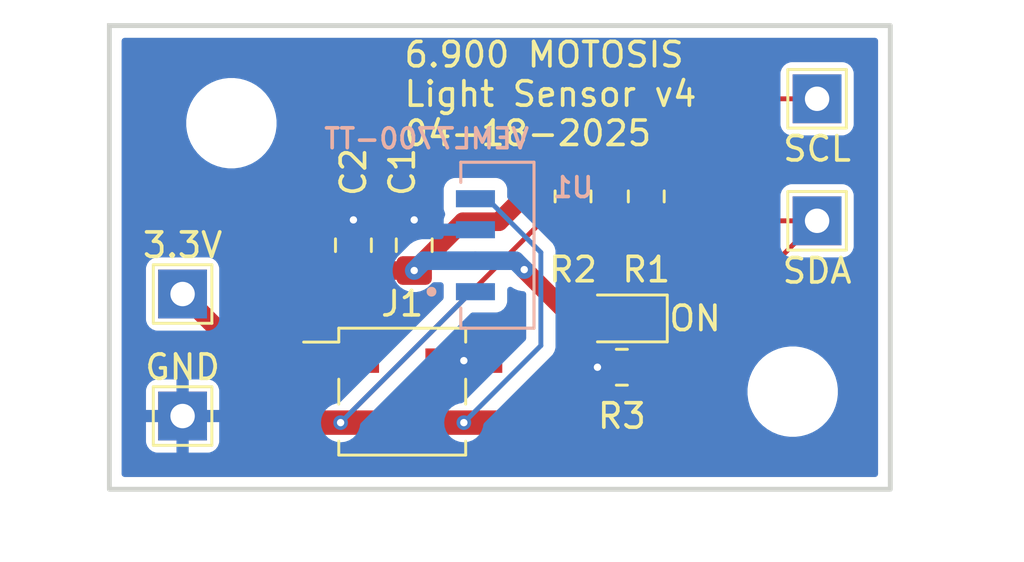
<source format=kicad_pcb>
(kicad_pcb (version 20240108) (generator "pcbnew") (generator_version "8.0")
  (layers (0 "F.Cu" signal) (31 "B.Cu" signal) (34 "B.Paste" user) (35 "F.Paste" user) (36 "B.SilkS" user "B.Silkscreen") (37 "F.SilkS" user "F.Silkscreen") (38 "B.Mask" user) (39 "F.Mask" user) (44 "Edge.Cuts" user))
  (net 0 "")
  (net 1 "GND")
  (net 2 "+3.3V")
  (net 3 "Net-(D1-K)")
  (net 4 "/SDA")
  (net 5 "/SCL")
  (footprint "Capacitor_SMD:C_0805_2012Metric_Pad1.18x1.45mm_HandSolder" (layer "F.Cu") (at 138.49125 122 90)
    (property "Reference" "C1" (at 3 -0.49125 90) (layer "F.SilkS"))
    (property "Value" "10uF")
    (fp_line (start -0.261252 -0.735) (end 0.261252 -0.735) (stroke (width 0.12)) (layer "F.SilkS"))
    (fp_line (start -0.261252 0.735) (end 0.261252 0.735) (stroke (width 0.12)) (layer "F.SilkS"))
    (pad "1" smd roundrect (at -1.0375 0 90) (size 1.175 1.45) (layers "F.Cu" "F.Paste" "F.Mask") (roundrect_rratio 0.212766) (net 2 "+3.3V"))
    (pad "2" smd roundrect (at 1.0375 0 90) (size 1.175 1.45) (layers "F.Cu" "F.Paste" "F.Mask") (roundrect_rratio 0.212766) (net 1 "GND"))
  )
  (footprint "MountingHole:MountingHole_3.2mm_M3" (layer "F.Cu") (at 131 117)
    (property "Reference" "REF**")
    (property "Value" "MountingHole_3.2mm_M3")
    (pad "" np_thru_hole circle (at 0 0) (size 3.2 3.2) (drill 3.2) (layers "*.Cu" "*.Mask"))
  )
  (footprint "Connector_PinHeader_2.54mm:PinHeader_2x02_P2.54mm_Vertical_SMD" (layer "F.Cu") (at 138 128)
    (property "Reference" "J1" (at 0 -3.6 0) (layer "F.SilkS"))
    (property "Value" "MCU")
    (fp_line (start -4.04 -2.03) (end -2.6 -2.03) (stroke (width 0.12)) (layer "F.SilkS"))
    (fp_line (start -2.6 -2.6) (end -2.6 -2.03) (stroke (width 0.12)) (layer "F.SilkS"))
    (fp_line (start -2.6 -2.6) (end 2.6 -2.6) (stroke (width 0.12)) (layer "F.SilkS"))
    (fp_line (start -2.6 -0.51) (end -2.6 0.51) (stroke (width 0.12)) (layer "F.SilkS"))
    (fp_line (start -2.6 2.03) (end -2.6 2.6) (stroke (width 0.12)) (layer "F.SilkS"))
    (fp_line (start -2.6 2.6) (end 2.6 2.6) (stroke (width 0.12)) (layer "F.SilkS"))
    (fp_line (start 2.6 -2.6) (end 2.6 -2.03) (stroke (width 0.12)) (layer "F.SilkS"))
    (fp_line (start 2.6 -0.51) (end 2.6 0.51) (stroke (width 0.12)) (layer "F.SilkS"))
    (fp_line (start 2.6 2.03) (end 2.6 2.6) (stroke (width 0.12)) (layer "F.SilkS"))
    (pad "1" smd rect (at -2.525 -1.27) (size 3.15 1) (layers "F.Cu" "F.Paste" "F.Mask") (net 2 "+3.3V"))
    (pad "2" smd rect (at 2.525 -1.27) (size 3.15 1) (layers "F.Cu" "F.Paste" "F.Mask") (net 1 "GND"))
    (pad "3" smd rect (at -2.525 1.27) (size 3.15 1) (layers "F.Cu" "F.Paste" "F.Mask") (net 5 "/SCL"))
    (pad "4" smd rect (at 2.525 1.27) (size 3.15 1) (layers "F.Cu" "F.Paste" "F.Mask") (net 4 "/SDA"))
  )
  (footprint "Resistor_SMD:R_0805_2012Metric_Pad1.20x1.40mm_HandSolder" (layer "F.Cu") (at 148 120 -90)
    (property "Reference" "R1" (at 3 0 180) (layer "F.SilkS"))
    (property "Value" "4k7")
    (fp_line (start -0.227064 0.735) (end 0.227064 0.735) (stroke (width 0.12)) (layer "F.SilkS"))
    (fp_line (start -0.227064 -0.735) (end 0.227064 -0.735) (stroke (width 0.12)) (layer "F.SilkS"))
    (pad "1" smd roundrect (at -1 0 270) (size 1.2 1.4) (layers "F.Cu" "F.Paste" "F.Mask") (roundrect_rratio 0.208333) (net 2 "+3.3V"))
    (pad "2" smd roundrect (at 1 0 270) (size 1.2 1.4) (layers "F.Cu" "F.Paste" "F.Mask") (roundrect_rratio 0.208333) (net 4 "/SDA"))
  )
  (footprint "MountingHole:MountingHole_3.2mm_M3" (layer "F.Cu") (at 154 128)
    (property "Reference" "REF**")
    (property "Value" "MountingHole_3.2mm_M3")
    (pad "" np_thru_hole circle (at 0 0) (size 3.2 3.2) (drill 3.2) (layers "*.Cu" "*.Mask"))
  )
  (footprint "Resistor_SMD:R_0805_2012Metric_Pad1.20x1.40mm_HandSolder" (layer "F.Cu") (at 145 120 -90)
    (property "Reference" "R2" (at 3 0 180) (layer "F.SilkS"))
    (property "Value" "4k7")
    (fp_line (start -0.227064 0.735) (end 0.227064 0.735) (stroke (width 0.12)) (layer "F.SilkS"))
    (fp_line (start -0.227064 -0.735) (end 0.227064 -0.735) (stroke (width 0.12)) (layer "F.SilkS"))
    (pad "1" smd roundrect (at -1 0 270) (size 1.2 1.4) (layers "F.Cu" "F.Paste" "F.Mask") (roundrect_rratio 0.208333) (net 2 "+3.3V"))
    (pad "2" smd roundrect (at 1 0 270) (size 1.2 1.4) (layers "F.Cu" "F.Paste" "F.Mask") (roundrect_rratio 0.208333) (net 5 "/SCL"))
  )
  (footprint "TestPoint:TestPoint_THTPad_2.0x2.0mm_Drill1.0mm" (layer "F.Cu") (at 155 121)
    (property "Reference" "TP3")
    (property "Value" "SDA" (at 0 2.05 0) (layer "F.SilkS"))
    (fp_line (start -1.2 -1.2) (end 1.2 -1.2) (stroke (width 0.12)) (layer "F.SilkS"))
    (fp_line (start -1.2 1.2) (end -1.2 -1.2) (stroke (width 0.12)) (layer "F.SilkS"))
    (fp_line (start 1.2 -1.2) (end 1.2 1.2) (stroke (width 0.12)) (layer "F.SilkS"))
    (fp_line (start 1.2 1.2) (end -1.2 1.2) (stroke (width 0.12)) (layer "F.SilkS"))
    (pad "1" thru_hole rect (at 0 0) (size 2 2) (drill 1) (layers "*.Cu" "*.Mask") (net 4 "/SDA"))
  )
  (footprint "TestPoint:TestPoint_THTPad_2.0x2.0mm_Drill1.0mm" (layer "F.Cu") (at 129 124)
    (property "Reference" "TP1")
    (property "Value" "3.3V" (at 0 -2 0) (layer "F.SilkS"))
    (fp_line (start -1.2 -1.2) (end 1.2 -1.2) (stroke (width 0.12)) (layer "F.SilkS"))
    (fp_line (start -1.2 1.2) (end -1.2 -1.2) (stroke (width 0.12)) (layer "F.SilkS"))
    (fp_line (start 1.2 -1.2) (end 1.2 1.2) (stroke (width 0.12)) (layer "F.SilkS"))
    (fp_line (start 1.2 1.2) (end -1.2 1.2) (stroke (width 0.12)) (layer "F.SilkS"))
    (pad "1" thru_hole rect (at 0 0) (size 2 2) (drill 1) (layers "*.Cu" "*.Mask") (net 2 "+3.3V"))
  )
  (footprint "TestPoint:TestPoint_THTPad_2.0x2.0mm_Drill1.0mm" (layer "F.Cu") (at 129 129)
    (property "Reference" "TP2")
    (property "Value" "GND" (at 0 -2 0) (layer "F.SilkS"))
    (fp_line (start -1.2 -1.2) (end 1.2 -1.2) (stroke (width 0.12)) (layer "F.SilkS"))
    (fp_line (start -1.2 1.2) (end -1.2 -1.2) (stroke (width 0.12)) (layer "F.SilkS"))
    (fp_line (start 1.2 -1.2) (end 1.2 1.2) (stroke (width 0.12)) (layer "F.SilkS"))
    (fp_line (start 1.2 1.2) (end -1.2 1.2) (stroke (width 0.12)) (layer "F.SilkS"))
    (pad "1" thru_hole rect (at 0 0) (size 2 2) (drill 1) (layers "*.Cu" "*.Mask") (net 1 "GND"))
  )
  (footprint "Capacitor_SMD:C_0805_2012Metric_Pad1.18x1.45mm_HandSolder" (layer "F.Cu") (at 136 122 90)
    (property "Reference" "C2" (at 3 0 90) (layer "F.SilkS"))
    (property "Value" "100nF")
    (fp_line (start -0.261252 -0.735) (end 0.261252 -0.735) (stroke (width 0.12)) (layer "F.SilkS"))
    (fp_line (start -0.261252 0.735) (end 0.261252 0.735) (stroke (width 0.12)) (layer "F.SilkS"))
    (pad "1" smd roundrect (at -1.0375 0 90) (size 1.175 1.45) (layers "F.Cu" "F.Paste" "F.Mask") (roundrect_rratio 0.212766) (net 2 "+3.3V"))
    (pad "2" smd roundrect (at 1.0375 0 90) (size 1.175 1.45) (layers "F.Cu" "F.Paste" "F.Mask") (roundrect_rratio 0.212766) (net 1 "GND"))
  )
  (footprint "LED_SMD:LED_0805_2012Metric_Pad1.15x1.40mm_HandSolder" (layer "F.Cu") (at 147 125 180)
    (property "Reference" "D1")
    (property "Value" "ON" (at -3 0 0) (layer "F.SilkS"))
    (fp_line (start 1 -0.96) (end -1.86 -0.96) (stroke (width 0.12)) (layer "F.SilkS"))
    (fp_line (start -1.86 0.96) (end 1 0.96) (stroke (width 0.12)) (layer "F.SilkS"))
    (fp_line (start -1.86 -0.96) (end -1.86 0.96) (stroke (width 0.12)) (layer "F.SilkS"))
    (pad "1" smd roundrect (at -1.025 0 180) (size 1.15 1.4) (layers "F.Cu" "F.Paste" "F.Mask") (roundrect_rratio 0.217391) (net 3 "Net-(D1-K)"))
    (pad "2" smd roundrect (at 1.025 0 180) (size 1.15 1.4) (layers "F.Cu" "F.Paste" "F.Mask") (roundrect_rratio 0.217391) (net 2 "+3.3V"))
  )
  (footprint "Resistor_SMD:R_0805_2012Metric_Pad1.20x1.40mm_HandSolder" (layer "F.Cu") (at 147 127)
    (property "Reference" "R3" (at 0 2 0) (layer "F.SilkS"))
    (property "Value" "660R")
    (fp_line (start -0.227064 -0.735) (end 0.227064 -0.735) (stroke (width 0.12)) (layer "F.SilkS"))
    (fp_line (start -0.227064 0.735) (end 0.227064 0.735) (stroke (width 0.12)) (layer "F.SilkS"))
    (pad "1" smd roundrect (at -1 0) (size 1.2 1.4) (layers "F.Cu" "F.Paste" "F.Mask") (roundrect_rratio 0.208333) (net 1 "GND"))
    (pad "2" smd roundrect (at 1 0) (size 1.2 1.4) (layers "F.Cu" "F.Paste" "F.Mask") (roundrect_rratio 0.208333) (net 3 "Net-(D1-K)"))
  )
  (footprint "TestPoint:TestPoint_THTPad_2.0x2.0mm_Drill1.0mm" (layer "F.Cu") (at 155 116)
    (property "Reference" "TP4")
    (property "Value" "SCL" (at 0 2.05 0) (layer "F.SilkS"))
    (fp_line (start -1.2 -1.2) (end 1.2 -1.2) (stroke (width 0.12)) (layer "F.SilkS"))
    (fp_line (start -1.2 1.2) (end -1.2 -1.2) (stroke (width 0.12)) (layer "F.SilkS"))
    (fp_line (start 1.2 -1.2) (end 1.2 1.2) (stroke (width 0.12)) (layer "F.SilkS"))
    (fp_line (start 1.2 1.2) (end -1.2 1.2) (stroke (width 0.12)) (layer "F.SilkS"))
    (pad "1" thru_hole rect (at 0 0) (size 2 2) (drill 1) (layers "*.Cu" "*.Mask") (net 5 "/SCL"))
  )
  (footprint "VEML7700-TT:XDCR_VEML7700-TT" (layer "B.Cu") (at 141.9 122)
    (property "Reference" "U1" (at 3.1 -2.365 180) (layer "B.SilkS") (effects (font (size 0.8128 0.8128)) (justify mirror)))
    (property "Value" "VEML7700-TT" (at -2.9 -4.365 180) (layer "B.SilkS") (effects (font (size 0.8128 0.8128)) (justify mirror)))
    (fp_line (start -1.5 -3.4) (end 1.5 -3.4) (stroke (width 0.127)) (layer "B.SilkS"))
    (fp_line (start -1.5 -2.575) (end -1.5 -3.4) (stroke (width 0.127)) (layer "B.SilkS"))
    (fp_line (start -1.5 3.4) (end -1.5 2.575) (stroke (width 0.127)) (layer "B.SilkS"))
    (fp_line (start 1.5 -3.4) (end 1.5 3.4) (stroke (width 0.127)) (layer "B.SilkS"))
    (fp_line (start 1.5 3.4) (end -1.5 3.4) (stroke (width 0.127)) (layer "B.SilkS"))
    (fp_circle (center -2.7 1.905) (end -2.6 1.905) (stroke (width 0.2)) (fill none) (layer "B.SilkS"))
    (pad "1" smd rect (at -0.9 1.905) (size 1.6 0.7) (layers "B.Cu" "B.Paste" "B.Mask") (net 5 "/SCL"))
    (pad "2" smd rect (at -0.9 0.635) (size 1.6 0.7) (layers "B.Cu" "B.Paste" "B.Mask") (net 2 "+3.3V"))
    (pad "3" smd rect (at -0.9 -0.635) (size 1.6 0.7) (layers "B.Cu" "B.Paste" "B.Mask") (net 1 "GND"))
    (pad "4" smd rect (at -0.9 -1.905) (size 1.6 0.7) (layers "B.Cu" "B.Paste" "B.Mask") (net 4 "/SDA"))
  )
  (gr_rect (start 126 113) (end 158 132) (stroke (width 0.2)) (fill none) (layer "Edge.Cuts"))
  (gr_text "6.900 MOTOSIS \nLight Sensor v4\n04-18-2025\n" (at 138 118 0) (layer "F.SilkS") (effects (font (size 1 1)) (justify left bottom)))
  (via (at 140.525 126.73) (size 0.6) (drill 0.3) (layers "F.Cu" "B.Cu") (net 1))
  (via (at 138.49125 120.9625) (size 0.6) (drill 0.3) (layers "F.Cu" "B.Cu") (net 1))
  (via (at 146 127) (size 0.6) (drill 0.3) (layers "F.Cu" "B.Cu") (net 1))
  (via (at 136 120.9625) (size 0.6) (drill 0.3) (layers "F.Cu" "B.Cu") (net 1))
  (segment (start 135.475 123.5625) (end 135.475 126.73) (width 0.762) (layer "F.Cu") (net 2))
  (segment (start 136 123.0375) (end 135.475 123.5625) (width 0.762) (layer "F.Cu") (net 2))
  (segment (start 135.475 126.73) (end 131.73 126.73) (width 0.762) (layer "F.Cu") (net 2))
  (segment (start 144 119) (end 145 119) (width 0.762) (layer "F.Cu") (net 2))
  (segment (start 138.49125 123.0375) (end 140.49125 121.0375) (width 0.762) (layer "F.Cu") (net 2))
  (segment (start 148 119) (end 145 119) (width 0.762) (layer "F.Cu") (net 2))
  (segment (start 143 123) (end 145 125) (width 0.762) (layer "F.Cu") (net 2))
  (segment (start 141.9625 121.0375) (end 144 119) (width 0.762) (layer "F.Cu") (net 2))
  (segment (start 138.49125 123.0375) (end 136 123.0375) (width 0.762) (layer "F.Cu") (net 2))
  (segment (start 140.49125 121.0375) (end 141.9625 121.0375) (width 0.762) (layer "F.Cu") (net 2))
  (segment (start 145 125) (end 145.975 125) (width 0.762) (layer "F.Cu") (net 2))
  (segment (start 131.73 126.73) (end 129 124) (width 0.762) (layer "F.Cu") (net 2))
  (via (at 138.49125 123.0375) (size 0.6) (drill 0.3) (layers "F.Cu" "B.Cu") (net 2))
  (via (at 143 123) (size 0.6) (drill 0.3) (layers "F.Cu" "B.Cu") (net 2))
  (segment (start 138.49125 123.0375) (end 138.89375 122.635) (width 0.762) (layer "B.Cu") (net 2))
  (segment (start 142.635 122.635) (end 143 123) (width 0.762) (layer "B.Cu") (net 2))
  (segment (start 141 122.635) (end 142.635 122.635) (width 0.762) (layer "B.Cu") (net 2))
  (segment (start 138.89375 122.635) (end 141 122.635) (width 0.762) (layer "B.Cu") (net 2))
  (segment (start 148.025 126.975) (end 148 127) (width 0.2) (layer "F.Cu") (net 3))
  (segment (start 148.025 125) (end 148.025 126.975) (width 0.2) (layer "F.Cu") (net 3))
  (segment (start 140.525 129.27) (end 147.314744 129.27) (width 0.2) (layer "F.Cu") (net 4))
  (segment (start 155 121) (end 148 121) (width 0.2) (layer "F.Cu") (net 4))
  (segment (start 147.314744 129.27) (end 151 125.584744) (width 0.2) (layer "F.Cu") (net 4))
  (segment (start 151 125) (end 155 121) (width 0.2) (layer "F.Cu") (net 4))
  (segment (start 151 125.584744) (end 151 125) (width 0.2) (layer "F.Cu") (net 4))
  (via (at 140.525 129.27) (size 0.6) (drill 0.3) (layers "F.Cu" "B.Cu") (net 4))
  (segment (start 143.681 126.114) (end 140.525 129.27) (width 0.2) (layer "B.Cu") (net 4))
  (segment (start 141 120.095) (end 141.48 120.095) (width 0.2) (layer "B.Cu") (net 4))
  (segment (start 143.681 122.296) (end 143.681 126.114) (width 0.2) (layer "B.Cu") (net 4))
  (segment (start 141.48 120.095) (end 143.681 122.296) (width 0.2) (layer "B.Cu") (net 4))
  (segment (start 146.9 120.1) (end 149.3 120.1) (width 0.2) (layer "F.Cu") (net 5))
  (segment (start 143.745 121) (end 145 121) (width 0.2) (layer "F.Cu") (net 5))
  (segment (start 153.4 116) (end 155 116) (width 0.2) (layer "F.Cu") (net 5))
  (segment (start 146 121) (end 146.9 120.1) (width 0.2) (layer "F.Cu") (net 5))
  (segment (start 145 121) (end 146 121) (width 0.2) (layer "F.Cu") (net 5))
  (segment (start 135.475 129.27) (end 143.745 121) (width 0.2) (layer "F.Cu") (net 5))
  (segment (start 149.3 120.1) (end 153.4 116) (width 0.2) (layer "F.Cu") (net 5))
  (via (at 135.475 129.27) (size 0.6) (drill 0.3) (layers "F.Cu" "B.Cu") (net 5))
  (segment (start 140.84 123.905) (end 135.475 129.27) (width 0.2) (layer "B.Cu") (net 5))
  (segment (start 141 123.905) (end 140.84 123.905) (width 0.2) (layer "B.Cu") (net 5))
  (zone (net 1) (net_name "GND") (layer "B.Cu") (connect_pads (clearance 0.5)) (min_thickness 0.25) (fill yes (thermal_gap 0.5) (thermal_bridge_width 0.5))
    (polygon (pts (xy 161 112) (xy 160 135) (xy 124 133) (xy 125 112)))
  )
)
</source>
